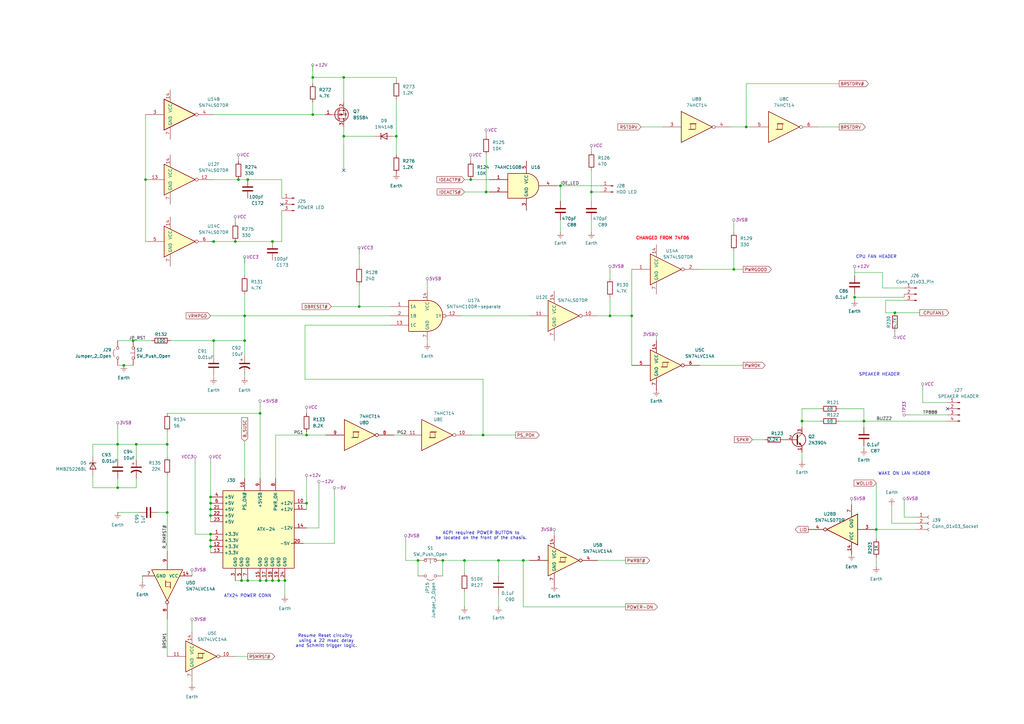
<source format=kicad_sch>
(kicad_sch (version 20241004) (generator "eeschema") (generator_version "8.99")
  (paper "A3")
  (title_block (title "Power Connector & Misc") (date "Thursday, April 09, 1998") (rev "1.0"))
  (lib_symbols
    (symbol "74F07-separate_1"
      (property "Reference" "U" (at -6.858 5.588 0))
      (property "Value" "SN74LS07DR" (at 6.985 5.08 0))
      (symbol "74F07-separate_1_0_1"
        (pin power_in line (at -2.54 10.16 270) (length 5.08) (name "VCC") (number "14"))
        (pin power_in line (at -2.54 -10.16 90) (length 5.08) (name "GND") (number "7"))
      )
      (symbol "74F07-separate_1_1_1"
        (pin input line (at -12.7 0 0) (length 7.62) (name "~") (number "1"))
        (pin open_collector inverted (at 15.24 0 180) (length 7.62) (name "~") (number "2"))
      )
      (symbol "74F07-separate_1_2_1"
        (pin input line (at -12.7 0 0) (length 7.62) (name "~") (number "3"))
        (pin open_collector inverted (at 15.24 0 180) (length 7.62) (name "~") (number "4"))
      )
      (symbol "74F07-separate_1_3_1"
        (pin input line (at -12.7 0 0) (length 7.62) (name "~") (number "5"))
        (pin open_collector inverted (at 15.24 0 180) (length 7.62) (name "~") (number "6"))
      )
      (symbol "74F07-separate_1_4_1"
        (pin input line (at -12.7 0 0) (length 7.62) (name "~") (number "9"))
        (pin open_collector inverted (at 15.24 0 180) (length 7.62) (name "~") (number "8"))
      )
      (symbol "74F07-separate_1_5_1"
        (pin input line (at -12.7 0 0) (length 7.62) (name "~") (number "11"))
        (pin open_collector inverted (at 15.24 0 180) (length 7.62) (name "~") (number "10"))
      )
      (symbol "74F07-separate_1_6_1"
        (pin input line (at -12.7 0 0) (length 7.62) (name "~") (number "13"))
        (pin open_collector inverted (at 15.24 0 180) (length 7.62) (name "~") (number "12"))
      )
    )
    (symbol "74F07-separate_2"
      (property "Reference" "U" (at -6.858 5.588 0))
      (property "Value" "SN74LS07DR" (at 6.985 5.08 0))
      (symbol "74F07-separate_2_0_1"
        (pin power_in line (at -2.54 10.16 270) (length 5.08) (name "VCC") (number "14"))
        (pin power_in line (at -2.54 -10.16 90) (length 5.08) (name "GND") (number "7"))
      )
      (symbol "74F07-separate_2_1_1"
        (pin input line (at -12.7 0 0) (length 7.62) (name "~") (number "1"))
        (pin open_collector inverted (at 15.24 0 180) (length 7.62) (name "~") (number "2"))
      )
      (symbol "74F07-separate_2_2_1"
        (pin input line (at -12.7 0 0) (length 7.62) (name "~") (number "3"))
        (pin open_collector inverted (at 15.24 0 180) (length 7.62) (name "~") (number "4"))
      )
      (symbol "74F07-separate_2_3_1"
        (pin input line (at -12.7 0 0) (length 7.62) (name "~") (number "5"))
        (pin open_collector inverted (at 15.24 0 180) (length 7.62) (name "~") (number "6"))
      )
      (symbol "74F07-separate_2_4_1"
        (pin input line (at -12.7 0 0) (length 7.62) (name "~") (number "9"))
        (pin open_collector inverted (at 15.24 0 180) (length 7.62) (name "~") (number "8"))
      )
      (symbol "74F07-separate_2_5_1"
        (pin input line (at -12.7 0 0) (length 7.62) (name "~") (number "11"))
        (pin open_collector inverted (at 15.24 0 180) (length 7.62) (name "~") (number "10"))
      )
      (symbol "74F07-separate_2_6_1"
        (pin input line (at -12.7 0 0) (length 7.62) (name "~") (number "13"))
        (pin open_collector inverted (at 15.24 0 180) (length 7.62) (name "~") (number "12"))
      )
    )
    (symbol "74F07-separate_3"
      (property "Reference" "U" (at -6.858 5.588 0))
      (property "Value" "SN74LS07DR" (at 6.985 5.08 0))
      (symbol "74F07-separate_3_0_1"
        (pin power_in line (at -2.54 10.16 270) (length 5.08) (name "VCC") (number "14"))
        (pin power_in line (at -2.54 -10.16 90) (length 5.08) (name "GND") (number "7"))
      )
      (symbol "74F07-separate_3_1_1"
        (pin input line (at -12.7 0 0) (length 7.62) (name "~") (number "1"))
        (pin open_collector inverted (at 15.24 0 180) (length 7.62) (name "~") (number "2"))
      )
      (symbol "74F07-separate_3_2_1"
        (pin input line (at -12.7 0 0) (length 7.62) (name "~") (number "3"))
        (pin open_collector inverted (at 15.24 0 180) (length 7.62) (name "~") (number "4"))
      )
      (symbol "74F07-separate_3_3_1"
        (pin input line (at -12.7 0 0) (length 7.62) (name "~") (number "5"))
        (pin open_collector inverted (at 15.24 0 180) (length 7.62) (name "~") (number "6"))
      )
      (symbol "74F07-separate_3_4_1"
        (pin input line (at -12.7 0 0) (length 7.62) (name "~") (number "9"))
        (pin open_collector inverted (at 15.24 0 180) (length 7.62) (name "~") (number "8"))
      )
      (symbol "74F07-separate_3_5_1"
        (pin input line (at -12.7 0 0) (length 7.62) (name "~") (number "11"))
        (pin open_collector inverted (at 15.24 0 180) (length 7.62) (name "~") (number "10"))
      )
      (symbol "74F07-separate_3_6_1"
        (pin input line (at -12.7 0 0) (length 7.62) (name "~") (number "13"))
        (pin open_collector inverted (at 15.24 0 180) (length 7.62) (name "~") (number "12"))
      )
    )
    (symbol "74F07-separate_4"
      (property "Reference" "U" (at -6.858 5.588 0))
      (property "Value" "SN74LS07DR" (at 6.985 5.08 0))
      (symbol "74F07-separate_4_0_1"
        (pin power_in line (at -2.54 10.16 270) (length 5.08) (name "VCC") (number "14"))
        (pin power_in line (at -2.54 -10.16 90) (length 5.08) (name "GND") (number "7"))
      )
      (symbol "74F07-separate_4_1_1"
        (pin input line (at -12.7 0 0) (length 7.62) (name "~") (number "1"))
        (pin open_collector inverted (at 15.24 0 180) (length 7.62) (name "~") (number "2"))
      )
      (symbol "74F07-separate_4_2_1"
        (pin input line (at -12.7 0 0) (length 7.62) (name "~") (number "3"))
        (pin open_collector inverted (at 15.24 0 180) (length 7.62) (name "~") (number "4"))
      )
      (symbol "74F07-separate_4_3_1"
        (pin input line (at -12.7 0 0) (length 7.62) (name "~") (number "5"))
        (pin open_collector inverted (at 15.24 0 180) (length 7.62) (name "~") (number "6"))
      )
      (symbol "74F07-separate_4_4_1"
        (pin input line (at -12.7 0 0) (length 7.62) (name "~") (number "9"))
        (pin open_collector inverted (at 15.24 0 180) (length 7.62) (name "~") (number "8"))
      )
      (symbol "74F07-separate_4_5_1"
        (pin input line (at -12.7 0 0) (length 7.62) (name "~") (number "11"))
        (pin open_collector inverted (at 15.24 0 180) (length 7.62) (name "~") (number "10"))
      )
      (symbol "74F07-separate_4_6_1"
        (pin input line (at -12.7 0 0) (length 7.62) (name "~") (number "13"))
        (pin open_collector inverted (at 15.24 0 180) (length 7.62) (name "~") (number "12"))
      )
    )
    (symbol "74xGxx:74AHC1G08"
      (property "Reference" "U" (at -2.54 3.81 0))
      (property "Value" "74AHC1G08" (at 0 -3.81 0))
      (symbol "74AHC1G08_1_1"
        (pin input line (at -15.24 2.54 0) (length 7.62) (name "~") (number "1"))
        (pin input line (at -15.24 -2.54 0) (length 7.62) (name "~") (number "2"))
        (pin power_in line (at 0 10.16 270) (length 5.08) (name "VCC") (number "5"))
        (pin power_in line (at 0 -10.16 90) (length 5.08) (name "GND") (number "3"))
        (pin output line (at 12.7 0 180) (length 7.62) (name "~") (number "4"))
      )
    )
    (symbol "Connector:Conn_01x02_Pin" (pin_names (offset 1.016) (hide yes))
      (property "Reference" "J" (at 0 2.54 0))
      (property "Value" "Conn_01x02_Pin" (at 0 -5.08 0))
      (symbol "Conn_01x02_Pin_1_1"
        (pin passive line (at 5.08 0 180) (length 3.81) (name "Pin_1") (number "1"))
        (pin passive line (at 5.08 -2.54 180) (length 3.81) (name "Pin_2") (number "2"))
      )
    )
    (symbol "Connector:Conn_01x03_Pin" (pin_names (offset 1.016) (hide yes))
      (property "Reference" "J" (at 0 5.08 0))
      (property "Value" "Conn_01x03_Pin" (at 0 -5.08 0))
      (symbol "Conn_01x03_Pin_1_1"
        (pin passive line (at 5.08 2.54 180) (length 3.81) (name "Pin_1") (number "1"))
        (pin passive line (at 5.08 0 180) (length 3.81) (name "Pin_2") (number "2"))
        (pin passive line (at 5.08 -2.54 180) (length 3.81) (name "Pin_3") (number "3"))
      )
    )
    (symbol "Connector:Conn_01x03_Socket" (pin_names (offset 1.016) (hide yes))
      (property "Reference" "J" (at 0 5.08 0))
      (property "Value" "Conn_01x03_Socket" (at 0 -5.08 0))
      (symbol "Conn_01x03_Socket_1_1"
        (pin passive line (at -5.08 2.54 0) (length 3.81) (name "Pin_1") (number "1"))
        (pin passive line (at -5.08 0 0) (length 3.81) (name "Pin_2") (number "2"))
        (pin passive line (at -5.08 -2.54 0) (length 3.81) (name "Pin_3") (number "3"))
      )
    )
    (symbol "Connector:Conn_01x04_Pin" (pin_names (offset 1.016) (hide yes))
      (property "Reference" "J" (at 0 5.08 0))
      (property "Value" "Conn_01x04_Pin" (at 0 -7.62 0))
      (symbol "Conn_01x04_Pin_1_1"
        (pin passive line (at 5.08 2.54 180) (length 3.81) (name "Pin_1") (number "1"))
        (pin passive line (at 5.08 0 180) (length 3.81) (name "Pin_2") (number "2"))
        (pin passive line (at 5.08 -2.54 180) (length 3.81) (name "Pin_3") (number "3"))
        (pin passive line (at 5.08 -5.08 180) (length 3.81) (name "Pin_4") (number "4"))
      )
    )
    (symbol "Device:C" (pin_numbers (hide yes)) (pin_names (offset 0.254))
      (property "Reference" "C" (at 0.635 2.54 0))
      (property "Value" "C" (at 0.635 -2.54 0))
      (symbol "C_1_1"
        (pin passive line (at 0 3.81 270) (length 2.794) (name "~") (number "1"))
        (pin passive line (at 0 -3.81 90) (length 2.794) (name "~") (number "2"))
      )
    )
    (symbol "Device:C_Polarized_US" (pin_numbers (hide yes)) (pin_names (offset 0.254) (hide yes))
      (property "Reference" "C" (at 0.635 2.54 0))
      (property "Value" "C_Polarized_US" (at 0.635 -2.54 0))
      (symbol "C_Polarized_US_1_1"
        (pin passive line (at 0 3.81 270) (length 2.794) (name "~") (number "1"))
        (pin passive line (at 0 -3.81 90) (length 3.302) (name "~") (number "2"))
      )
    )
    (symbol "Device:R" (pin_numbers (hide yes)) (pin_names (offset 0))
      (property "Reference" "R" (at 2.032 0 90))
      (property "Value" "R" (at 0 0 90))
      (symbol "R_1_1"
        (pin passive line (at 0 3.81 270) (length 1.27) (name "~") (number "1"))
        (pin passive line (at 0 -3.81 90) (length 1.27) (name "~") (number "2"))
      )
    )
    (symbol "Diode:1N4148" (pin_numbers (hide yes)) (pin_names (hide yes))
      (property "Reference" "D" (at 0 2.54 0))
      (property "Value" "1N4148" (at 0 -2.54 0))
      (symbol "1N4148_1_1"
        (pin passive line (at -3.81 0 0) (length 2.54) (name "K") (number "1"))
        (pin passive line (at 3.81 0 180) (length 2.54) (name "A") (number "2"))
      )
    )
    (symbol "Diode:BZX84Cxx" (pin_numbers (hide yes)) (pin_names (hide yes))
      (property "Reference" "D" (at 0 3.81 0))
      (property "Value" "BZX84Cxx" (at 0 -3.81 0))
      (symbol "BZX84Cxx_1_1"
        (pin passive line (at -3.81 0 0) (length 2.54) (name "K") (number "3"))
        (pin no_connect line (at 1.27 0 180) (length 2.54) (hide yes) (name "NC") (number "2"))
        (pin passive line (at 3.81 0 180) (length 2.54) (name "A") (number "1"))
      )
    )
    (symbol "Jumper:Jumper_2_Open" (pin_numbers (hide yes)) (pin_names (offset 0) (hide yes)) (exclude_from_sim yes)
      (property "Reference" "JP" (at 0 2.794 0))
      (property "Value" "Jumper_2_Open" (at 0 -2.286 0))
      (symbol "Jumper_2_Open_1_1"
        (pin passive line (at -5.08 0 0) (length 2.54) (name "A") (number "1"))
        (pin passive line (at 5.08 0 180) (length 2.54) (name "B") (number "2"))
      )
    )
    (symbol "P2-3_era:74F07-separate"
      (property "Reference" "U" (at -6.858 5.588 0))
      (property "Value" "SN74LS07DR" (at 6.985 5.08 0))
      (symbol "74F07-separate_0_1"
        (pin power_in line (at -2.54 10.16 270) (length 5.08) (name "VCC") (number "14"))
        (pin power_in line (at -2.54 -10.16 90) (length 5.08) (name "GND") (number "7"))
      )
      (symbol "74F07-separate_1_1"
        (pin input line (at -12.7 0 0) (length 7.62) (name "~") (number "1"))
        (pin open_collector inverted (at 15.24 0 180) (length 7.62) (name "~") (number "2"))
      )
      (symbol "74F07-separate_2_1"
        (pin input line (at -12.7 0 0) (length 7.62) (name "~") (number "3"))
        (pin open_collector inverted (at 15.24 0 180) (length 7.62) (name "~") (number "4"))
      )
      (symbol "74F07-separate_3_1"
        (pin input line (at -12.7 0 0) (length 7.62) (name "~") (number "5"))
        (pin open_collector inverted (at 15.24 0 180) (length 7.62) (name "~") (number "6"))
      )
      (symbol "74F07-separate_4_1"
        (pin input line (at -12.7 0 0) (length 7.62) (name "~") (number "9"))
        (pin open_collector inverted (at 15.24 0 180) (length 7.62) (name "~") (number "8"))
      )
      (symbol "74F07-separate_5_1"
        (pin input line (at -12.7 0 0) (length 7.62) (name "~") (number "11"))
        (pin open_collector inverted (at 15.24 0 180) (length 7.62) (name "~") (number "10"))
      )
      (symbol "74F07-separate_6_1"
        (pin input line (at -12.7 0 0) (length 7.62) (name "~") (number "13"))
        (pin open_collector inverted (at 15.24 0 180) (length 7.62) (name "~") (number "12"))
      )
    )
    (symbol "P2-3_era:74HCT14"
      (property "Reference" "U" (at -6.858 5.588 0))
      (property "Value" "74HCT14" (at 4.318 5.842 0))
      (symbol "74HCT14_1_1"
        (pin input line (at -12.192 0 0) (length 7.62) (name "~") (number "1"))
        (pin open_collector inverted (at 15.748 0 180) (length 7.62) (name "~") (number "2"))
      )
      (symbol "74HCT14_2_1"
        (pin input line (at -12.7 0 0) (length 7.62) (name "~") (number "3"))
        (pin open_collector inverted (at 15.24 0 180) (length 7.62) (name "~") (number "4"))
      )
      (symbol "74HCT14_3_1"
        (pin input line (at -12.446 0 0) (length 7.62) (name "~") (number "5"))
        (pin open_collector inverted (at 15.494 0 180) (length 7.62) (name "~") (number "6"))
      )
      (symbol "74HCT14_4_1"
        (pin input line (at -12.446 0 0) (length 7.62) (name "~") (number "9"))
        (pin open_collector inverted (at 15.494 0 180) (length 7.62) (name "~") (number "8"))
      )
      (symbol "74HCT14_5_1"
        (pin input line (at -12.192 0.254 0) (length 7.62) (name "~") (number "11"))
        (pin open_collector inverted (at 15.748 0.254 180) (length 7.62) (name "~") (number "10"))
      )
      (symbol "74HCT14_6_1"
        (pin input line (at -12.446 0.254 0) (length 7.62) (name "~") (number "13"))
        (pin open_collector inverted (at 15.494 0.254 180) (length 7.62) (name "~") (number "12"))
      )
      (symbol "74HCT14_7_1"
        (pin power_in line (at -10.414 -2.54 0) (length 5.08) (name "VCC") (number "14"))
        (pin power_in line (at 9.906 -2.54 180) (length 5.08) (name "GND") (number "7"))
      )
    )
    (symbol "P2-3_era:ATX-24(PINS UNHID)"
      (property "Reference" "J" (at -23.368 21.336 0))
      (property "Value" "ATX-24" (at -3.81 4.572 0))
      (symbol "ATX-24(PINS UNHID)_1_1"
        (pin power_out line (at -24.13 16.51 0) (length 5.08) (name "+5V") (number "4"))
        (pin power_out line (at -24.13 13.97 0) (length 5.08) (name "+5V") (number "6"))
        (pin power_out line (at -24.13 11.43 0) (length 5.08) (name "+5V") (number "21"))
        (pin power_out line (at -24.13 8.89 0) (length 5.08) (name "+5V") (number "22"))
        (pin power_out line (at -24.13 6.35 0) (length 5.08) (name "+5V") (number "23"))
        (pin power_out line (at -24.13 1.27 0) (length 5.08) (name "+3.3V") (number "1"))
        (pin power_out line (at -24.13 -1.27 0) (length 5.08) (name "+3.3V") (number "2"))
        (pin power_out line (at -24.13 -3.81 0) (length 5.08) (name "+3.3V") (number "12"))
        (pin power_out line (at -24.13 -6.35 0) (length 5.08) (name "+3.3V") (number "13"))
        (pin power_out line (at -13.97 -17.78 90) (length 5.08) (name "GND") (number "3"))
        (pin power_out line (at -11.43 -17.78 90) (length 5.08) (name "GND") (number "5"))
        (pin open_collector line (at -10.16 24.13 270) (length 5.08) (name "PS_ON#") (number "16"))
        (pin power_out line (at -8.89 -17.78 90) (length 5.08) (name "GND") (number "7"))
        (pin power_out line (at -3.81 24.13 270) (length 5.08) (name "+5VSB") (number "9"))
        (pin power_out line (at -3.81 -17.78 90) (length 5.08) (name "GND") (number "15"))
        (pin power_out line (at -1.27 -17.78 90) (length 5.08) (name "GND") (number "17"))
        (pin power_out line (at 1.27 -17.78 90) (length 5.08) (name "GND") (number "18"))
        (pin power_out line (at 2.54 24.13 270) (length 5.08) (name "PWR_OK") (number "8"))
        (pin power_out line (at 3.81 -17.78 90) (length 5.08) (name "GND") (number "19"))
        (pin power_out line (at 6.35 -17.78 90) (length 5.08) (name "GND") (number "24"))
        (pin power_out line (at 13.97 -2.54 180) (length 5.08) (name "-5V") (number "20"))
        (pin power_out line (at 15.24 13.97 180) (length 5.08) (name "+12V") (number "10"))
        (pin power_out line (at 15.24 11.43 180) (length 5.08) (name "+12V") (number "11"))
        (pin power_out line (at 15.24 3.81 180) (length 5.08) (name "-12V") (number "14"))
      )
    )
    (symbol "P2-3_era:SN74HC10DR-separate"
      (property "Reference" "U" (at -5.08 10.16 0))
      (property "Value" "SN74HC10DR-separate" (at 12.065 -7.62 0))
      (symbol "SN74HC10DR-separate_0_1"
        (pin power_in line (at 0 10.16 270) (length 3.81) (name "VCC") (number "14"))
        (pin power_in line (at 0 -10.16 90) (length 3.81) (name "GND") (number "7"))
      )
      (symbol "SN74HC10DR-separate_1_0"
        (pin input line (at -15.24 -3.81 0) (length 7.62) (name "1C") (number "13"))
      )
      (symbol "SN74HC10DR-separate_1_1"
        (pin input line (at -15.24 3.81 0) (length 7.62) (name "1A") (number "1"))
        (pin input line (at -15.24 0 0) (length 7.62) (name "1B") (number "2"))
        (pin output inverted (at 13.97 0 180) (length 7.62) (name "1Y") (number "12"))
      )
      (symbol "SN74HC10DR-separate_2_1"
        (pin input line (at -15.24 3.81 0) (length 7.62) (name "2A") (number "3"))
        (pin input line (at -15.24 0 0) (length 7.62) (name "2B") (number "4"))
        (pin input line (at -15.24 -3.81 0) (length 7.62) (name "2C") (number "5"))
        (pin output inverted (at 13.97 0 180) (length 7.62) (name "2Y") (number "6"))
      )
      (symbol "SN74HC10DR-separate_3_1"
        (pin input line (at -15.24 3.81 0) (length 7.62) (name "3A") (number "9"))
        (pin input line (at -15.24 0 0) (length 7.62) (name "3B") (number "10"))
        (pin input line (at -15.24 -3.81 0) (length 7.62) (name "3C") (number "11"))
        (pin output inverted (at 12.7 0 180) (length 6.35) (name "3Y") (number "8"))
      )
    )
    (symbol "P2-3_era:SN74LVC14A-separate"
      (property "Reference" "U" (at 1.27 8.89 0))
      (property "Value" "SN74LVC14A" (at 6.35 5.715 0))
      (symbol "SN74LVC14A-separate_0_1"
        (pin power_in line (at -2.54 10.16 270) (length 5.08) (name "VCC") (number "14"))
        (pin power_in line (at -2.54 -10.16 90) (length 5.08) (name "GND") (number "7"))
      )
      (symbol "SN74LVC14A-separate_1_1"
        (pin input line (at -12.7 0 0) (length 7.62) (name "~") (number "1"))
        (pin open_collector inverted (at 15.24 0 180) (length 7.62) (name "~") (number "2"))
      )
      (symbol "SN74LVC14A-separate_2_1"
        (pin input line (at -12.7 0 0) (length 7.62) (name "~") (number "3"))
        (pin open_collector inverted (at 15.24 0 180) (length 7.62) (name "~") (number "4"))
      )
      (symbol "SN74LVC14A-separate_3_1"
        (pin input line (at -12.7 0 0) (length 7.62) (name "~") (number "5"))
        (pin open_collector inverted (at 15.24 0 180) (length 7.62) (name "~") (number "6"))
      )
      (symbol "SN74LVC14A-separate_4_1"
        (pin input line (at -12.7 0 0) (length 7.62) (name "~") (number "9"))
        (pin open_collector inverted (at 15.24 0 180) (length 7.62) (name "~") (number "8"))
      )
      (symbol "SN74LVC14A-separate_5_1"
        (pin input line (at -12.7 0 0) (length 7.62) (name "~") (number "11"))
        (pin open_collector inverted (at 15.24 0 180) (length 7.62) (name "~") (number "10"))
      )
      (symbol "SN74LVC14A-separate_6_1"
        (pin input line (at -12.7 0 0) (length 7.62) (name "~") (number "13"))
        (pin open_collector inverted (at 15.24 0 180) (length 7.62) (name "~") (number "12"))
      )
    )
    (symbol "Switch:SW_Push_Open" (pin_numbers (hide yes)) (pin_names (offset 1.016) (hide yes))
      (property "Reference" "SW" (at 0 2.54 0))
      (property "Value" "SW_Push_Open" (at 0 -1.905 0))
      (symbol "SW_Push_Open_0_1"
        (pin passive line (at -5.08 0 0) (length 2.54) (name "A") (number "1"))
      )
      (symbol "SW_Push_Open_1_1"
        (pin passive line (at 5.08 0 180) (length 2.54) (name "B") (number "2"))
      )
    )
    (symbol "Transistor_BJT:2N3904" (pin_names (offset 0) (hide yes))
      (property "Reference" "Q" (at 5.08 1.905 0))
      (property "Value" "2N3904" (at 5.08 0 0))
      (symbol "2N3904_1_1"
        (pin passive line (at -5.08 0 0) (length 5.715) (name "B") (number "2"))
        (pin passive line (at 2.54 5.08 270) (length 2.54) (name "C") (number "3"))
        (pin passive line (at 2.54 -5.08 90) (length 2.54) (name "E") (number "1"))
      )
    )
    (symbol "Transistor_FET:BSS84" (pin_names (hide yes))
      (property "Reference" "Q" (at 5.08 1.905 0))
      (property "Value" "BSS84" (at 5.08 0 0))
      (symbol "BSS84_1_1"
        (pin input line (at -5.08 0 0) (length 2.54) (name "G") (number "1"))
        (pin passive line (at 2.54 5.08 270) (length 2.54) (name "D") (number "3"))
        (pin passive line (at 2.54 -5.08 90) (length 2.54) (name "S") (number "2"))
      )
    )
    (symbol "power:Earth" (power) (pin_numbers (hide yes)) (pin_names (offset 0) (hide yes))
      (property "Value" "Earth" (at 0 -3.81 0))
      (symbol "Earth_1_1"
        (pin power_in line (at 0 0 270) (length 0) (name "~") (number "1"))
      )
    )
  )
  (text "CPU FAN HEADER\n" (at 359.41 105.41 0) (effects (font (size 1.27 1.27))))
  (text "ATX24 POWER CONN\n" (at 101.6 244.475 0) (effects (font (size 1.27 1.27))))
  (text " ACPI required POWER BUTTON to\n be located on the front of the chasis." (at 196.85 219.71 0) (effects (font (size 1.27 1.27))))
  (text "WAKE ON LAN HEADER" (at 370.84 194.31 0) (effects (font (size 1.27 1.27))))
  (text "SPEAKER HEADER\n" (at 360.68 153.67 0) (effects (font (size 1.27 1.27))))
  (text "CHANGED FROM 74F06" (at 271.78 97.79 0) (effects (font (size 1.27 1.27) (thickness 0.254) (bold yes))))
  (text "Resume Reset circuitry\n using a 22 msec delay\n and Schmitt trigger logic." (at 133.35 262.89 0) (effects (font (size 1.27 1.27))))
  (junction (at 54.61 139.7))
  (junction (at 111.76 99.06))
  (junction (at 101.6 73.66))
  (junction (at 328.93 172.72))
  (junction (at 140.97 55.88))
  (junction (at 100.33 139.7))
  (junction (at 50.8 149.86))
  (junction (at 300.99 110.49))
  (junction (at 59.69 73.66))
  (junction (at 128.27 46.99))
  (junction (at 86.36 208.915))
  (junction (at 147.32 125.73))
  (junction (at 48.26 200.025))
  (junction (at 250.19 129.54))
  (junction (at 116.84 238.125))
  (junction (at 86.36 206.375))
  (junction (at 86.36 224.155))
  (junction (at 214.63 229.87))
  (junction (at 87.63 139.7))
  (junction (at 125.73 206.375))
  (junction (at 193.04 73.66))
  (junction (at 109.22 238.125))
  (junction (at 198.12 178.435))
  (junction (at 86.36 203.835))
  (junction (at 190.5 229.87))
  (junction (at 68.58 182.245))
  (junction (at 204.47 229.87))
  (junction (at 99.06 238.125))
  (junction (at 171.45 229.87))
  (junction (at 306.07 52.07))
  (junction (at 86.36 221.615))
  (junction (at 106.68 169.545))
  (junction (at 86.36 211.455))
  (junction (at 97.79 73.66))
  (junction (at 48.26 182.245))
  (junction (at 259.08 129.54))
  (junction (at 354.33 172.72))
  (junction (at 55.88 182.245))
  (junction (at 96.52 99.06))
  (junction (at 367.03 128.27))
  (junction (at 86.36 219.075))
  (junction (at 114.3 238.125))
  (junction (at 87.63 99.06))
  (junction (at 128.27 31.75))
  (junction (at 350.52 121.92))
  (junction (at 229.87 76.2))
  (junction (at 101.6 238.125))
  (junction (at 181.61 229.87))
  (junction (at 125.73 178.435))
  (junction (at 68.58 210.185))
  (junction (at 106.68 238.125))
  (junction (at 162.56 55.88))
  (junction (at 140.97 31.75))
  (junction (at 359.41 217.17))
  (junction (at 242.57 78.74))
  (junction (at 100.33 129.54))
  (junction (at 199.39 78.74))
  (junction (at 111.76 238.125))
  (no_connect (at 140.97 69.85))
  (no_connect (at 115.57 83.82))
  (no_connect (at 388.62 167.64))
  (wire (pts (xy 68.58 194.945) (xy 68.58 210.185)))
  (wire (pts (xy 140.97 31.75) (xy 140.97 41.91)))
  (wire (pts (xy 354.33 182.88) (xy 354.33 184.15)))
  (wire (pts (xy 204.47 243.84) (xy 204.47 248.92)))
  (wire (pts (xy 190.5 78.74) (xy 199.39 78.74)))
  (wire (pts (xy 308.61 180.34) (xy 313.69 180.34)))
  (wire (pts (xy 115.57 86.36) (xy 115.57 99.06)))
  (wire (pts (xy 68.58 169.545) (xy 106.68 169.545)))
  (wire (pts (xy 228.6 76.2) (xy 229.87 76.2)))
  (wire (pts (xy 38.1 182.245) (xy 38.1 187.325)))
  (wire (pts (xy 86.36 203.835) (xy 86.36 206.375)))
  (wire (pts (xy 48.26 175.895) (xy 48.26 182.245)))
  (wire (pts (xy 162.56 40.64) (xy 162.56 55.88)))
  (wire (pts (xy 100.33 105.41) (xy 100.33 113.03)))
  (wire (pts (xy 116.84 244.475) (xy 116.84 238.125)))
  (wire (pts (xy 193.04 73.66) (xy 200.66 73.66)))
  (wire (pts (xy 350.52 121.92) (xy 350.52 123.19)))
  (wire (pts (xy 128.27 31.75) (xy 140.97 31.75)))
  (wire (pts (xy 48.26 139.7) (xy 54.61 139.7)))
  (wire (pts (xy 242.57 78.74) (xy 246.38 78.74)))
  (wire (pts (xy 162.56 55.88) (xy 162.56 63.5)))
  (wire (pts (xy 128.27 31.75) (xy 128.27 34.29)))
  (wire (pts (xy 140.97 31.75) (xy 162.56 31.75)))
  (wire (pts (xy 106.68 169.545) (xy 106.68 196.215)))
  (wire (pts (xy 48.26 182.245) (xy 38.1 182.245)))
  (wire (pts (xy 59.69 73.66) (xy 59.69 99.06)))
  (wire (pts (xy 287.02 110.49) (xy 300.99 110.49)))
  (wire (pts (xy 50.8 149.86) (xy 54.61 149.86)))
  (wire (pts (xy 361.95 118.11) (xy 361.95 111.76)))
  (wire (pts (xy 86.36 211.455) (xy 86.36 213.995)))
  (wire (pts (xy 171.45 236.22) (xy 171.45 229.87)))
  (wire (pts (xy 100.33 129.54) (xy 160.02 129.54)))
  (wire (pts (xy 87.63 73.66) (xy 97.79 73.66)))
  (wire (pts (xy 115.57 81.28) (xy 115.57 73.66)))
  (wire (pts (xy 147.32 125.73) (xy 160.02 125.73)))
  (wire (pts (xy 100.33 180.975) (xy 100.33 196.215)))
  (wire (pts (xy 370.84 207.01) (xy 370.84 212.09)))
  (wire (pts (xy 162.56 55.88) (xy 161.29 55.88)))
  (wire (pts (xy 359.41 228.6) (xy 359.41 232.41)))
  (wire (pts (xy 214.63 229.87) (xy 217.17 229.87)))
  (wire (pts (xy 199.39 63.5) (xy 199.39 78.74)))
  (wire (pts (xy 370.84 118.11) (xy 361.95 118.11)))
  (wire (pts (xy 135.89 125.73) (xy 147.32 125.73)))
  (wire (pts (xy 328.93 167.64) (xy 336.55 167.64)))
  (wire (pts (xy 336.55 172.72) (xy 328.93 172.72)))
  (wire (pts (xy 363.22 123.19) (xy 370.84 123.19)))
  (wire (pts (xy 48.26 182.245) (xy 48.26 188.595)))
  (wire (pts (xy 54.61 139.7) (xy 62.23 139.7)))
  (wire (pts (xy 106.68 167.005) (xy 106.68 169.545)))
  (wire (pts (xy 161.544 178.435) (xy 165.354 178.435)))
  (wire (pts (xy 96.52 269.24) (xy 101.6 269.24)))
  (wire (pts (xy 100.33 120.65) (xy 100.33 129.54)))
  (wire (pts (xy 190.5 229.87) (xy 190.5 234.95)))
  (wire (pts (xy 68.58 182.245) (xy 55.88 182.245)))
  (wire (pts (xy 78.74 279.4) (xy 78.74 280.67)))
  (wire (pts (xy 166.37 229.87) (xy 166.37 222.25)))
  (wire (pts (xy 300.99 110.49) (xy 304.8 110.49)))
  (wire (pts (xy 100.33 139.7) (xy 100.33 146.05)))
  (wire (pts (xy 87.63 46.99) (xy 128.27 46.99)))
  (wire (pts (xy 100.33 129.54) (xy 100.33 139.7)))
  (wire (pts (xy 363.22 128.27) (xy 367.03 128.27)))
  (wire (pts (xy 242.57 82.55) (xy 242.57 78.74)))
  (wire (pts (xy 214.63 248.92) (xy 214.63 229.87)))
  (wire (pts (xy 328.93 189.23) (xy 328.93 185.42)))
  (wire (pts (xy 204.47 229.87) (xy 204.47 236.22)))
  (wire (pts (xy 69.85 139.7) (xy 87.63 139.7)))
  (wire (pts (xy 68.58 177.165) (xy 68.58 182.245)))
  (wire (pts (xy 300.99 92.71) (xy 300.99 95.25)))
  (wire (pts (xy 99.06 238.125) (xy 101.6 238.125)))
  (wire (pts (xy 354.33 167.64) (xy 354.33 172.72)))
  (wire (pts (xy 97.79 73.66) (xy 101.6 73.66)))
  (wire (pts (xy 48.26 149.86) (xy 50.8 149.86)))
  (wire (pts (xy 190.5 242.57) (xy 190.5 248.92)))
  (wire (pts (xy 162.56 31.75) (xy 162.56 33.02)))
  (wire (pts (xy 307.594 52.07) (xy 306.07 52.07)))
  (wire (pts (xy 86.36 99.06) (xy 87.63 99.06)))
  (wire (pts (xy 80.01 189.865) (xy 80.01 219.075)))
  (wire (pts (xy 96.52 99.06) (xy 111.76 99.06)))
  (wire (pts (xy 350.52 111.76) (xy 361.95 111.76)))
  (wire (pts (xy 229.87 90.17) (xy 229.87 95.25)))
  (wire (pts (xy 300.99 102.87) (xy 300.99 110.49)))
  (wire (pts (xy 100.33 153.67) (xy 100.33 154.94)))
  (wire (pts (xy 242.57 69.85) (xy 242.57 78.74)))
  (wire (pts (xy 87.63 139.7) (xy 87.63 146.05)))
  (wire (pts (xy 55.88 182.245) (xy 55.88 188.595)))
  (wire (pts (xy 124.46 222.885) (xy 137.16 222.885)))
  (wire (pts (xy 125.73 177.165) (xy 125.73 178.435)))
  (wire (pts (xy 256.54 229.87) (xy 245.11 229.87)))
  (wire (pts (xy 250.19 121.92) (xy 250.19 129.54)))
  (wire (pts (xy 153.67 55.88) (xy 140.97 55.88)))
  (wire (pts (xy 198.12 155.575) (xy 125.095 155.575)))
  (wire (pts (xy 68.58 182.245) (xy 68.58 187.325)))
  (wire (pts (xy 359.41 217.17) (xy 375.92 217.17)))
  (wire (pts (xy 86.36 219.075) (xy 86.36 221.615)))
  (wire (pts (xy 229.87 76.2) (xy 229.87 82.55)))
  (wire (pts (xy 378.46 165.1) (xy 388.62 165.1)))
  (wire (pts (xy 80.01 219.075) (xy 86.36 219.075)))
  (wire (pts (xy 101.6 73.66) (xy 115.57 73.66)))
  (wire (pts (xy 87.63 99.06) (xy 96.52 99.06)))
  (wire (pts (xy 328.93 172.72) (xy 328.93 167.64)))
  (wire (pts (xy 59.69 46.99) (xy 59.69 73.66)))
  (wire (pts (xy 365.76 207.01) (xy 365.76 214.63)))
  (wire (pts (xy 38.1 200.025) (xy 48.26 200.025)))
  (wire (pts (xy 114.3 238.125) (xy 116.84 238.125)))
  (wire (pts (xy 109.22 238.125) (xy 111.76 238.125)))
  (wire (pts (xy 214.63 248.92) (xy 256.54 248.92)))
  (wire (pts (xy 87.63 139.7) (xy 100.33 139.7)))
  (wire (pts (xy 55.88 182.245) (xy 48.26 182.245)))
  (wire (pts (xy 48.26 210.185) (xy 57.15 210.185)))
  (wire (pts (xy 262.89 52.07) (xy 271.78 52.07)))
  (wire (pts (xy 130.81 200.025) (xy 130.81 216.535)))
  (wire (pts (xy 87.63 153.67) (xy 87.63 154.94)))
  (wire (pts (xy 133.35 46.99) (xy 128.27 46.99)))
  (wire (pts (xy 101.6 238.125) (xy 106.68 238.125)))
  (wire (pts (xy 111.76 99.06) (xy 115.57 99.06)))
  (wire (pts (xy 38.1 194.945) (xy 38.1 200.025)))
  (wire (pts (xy 147.32 116.84) (xy 147.32 125.73)))
  (wire (pts (xy 198.12 178.435) (xy 198.12 155.575)))
  (wire (pts (xy 86.36 208.915) (xy 86.36 211.455)))
  (wire (pts (xy 354.33 172.72) (xy 388.62 172.72)))
  (wire (pts (xy 344.17 167.64) (xy 354.33 167.64)))
  (wire (pts (xy 306.07 34.29) (xy 344.17 34.29)))
  (wire (pts (xy 344.17 172.72) (xy 354.33 172.72)))
  (wire (pts (xy 359.41 220.98) (xy 359.41 217.17)))
  (wire (pts (xy 125.73 216.535) (xy 130.81 216.535)))
  (wire (pts (xy 125.095 155.575) (xy 125.095 133.35)))
  (wire (pts (xy 190.5 229.87) (xy 181.61 229.87)))
  (wire (pts (xy 190.5 73.66) (xy 193.04 73.66)))
  (wire (pts (xy 140.97 55.88) (xy 140.97 52.07)))
  (wire (pts (xy 147.32 101.6) (xy 147.32 109.22)))
  (wire (pts (xy 181.61 229.87) (xy 181.61 236.22)))
  (wire (pts (xy 350.52 121.92) (xy 370.84 121.92)))
  (wire (pts (xy 125.73 206.375) (xy 125.73 208.915)))
  (wire (pts (xy 259.08 129.54) (xy 259.08 149.86)))
  (wire (pts (xy 370.84 121.92) (xy 370.84 120.65)))
  (wire (pts (xy 199.39 78.74) (xy 200.66 78.74)))
  (wire (pts (xy 287.02 149.86) (xy 304.8 149.86)))
  (wire (pts (xy 166.37 229.87) (xy 171.45 229.87)))
  (wire (pts (xy 175.26 139.7) (xy 175.26 140.97)))
  (wire (pts (xy 250.19 111.76) (xy 250.19 114.3)))
  (wire (pts (xy 198.12 178.435) (xy 211.455 178.435)))
  (wire (pts (xy 328.93 172.72) (xy 328.93 175.26)))
  (wire (pts (xy 128.27 26.67) (xy 128.27 31.75)))
  (wire (pts (xy 64.77 210.185) (xy 68.58 210.185)))
  (wire (pts (xy 259.08 110.49) (xy 259.08 129.54)))
  (wire (pts (xy 375.92 212.09) (xy 370.84 212.09)))
  (wire (pts (xy 229.87 76.2) (xy 246.38 76.2)))
  (wire (pts (xy 378.46 160.02) (xy 378.46 165.1)))
  (wire (pts (xy 375.92 214.63) (xy 365.76 214.63)))
  (wire (pts (xy 48.26 196.215) (xy 48.26 200.025)))
  (wire (pts (xy 68.58 254) (xy 68.58 269.24)))
  (wire (pts (xy 86.36 189.865) (xy 86.36 203.835)))
  (wire (pts (xy 354.33 172.72) (xy 354.33 175.26)))
  (wire (pts (xy 189.23 129.54) (xy 217.17 129.54)))
  (wire (pts (xy 350.52 111.76) (xy 350.52 113.03)))
  (wire (pts (xy 78.74 256.54) (xy 78.74 259.08)))
  (wire (pts (xy 175.26 116.84) (xy 175.26 119.38)))
  (wire (pts (xy 367.03 128.27) (xy 377.19 128.27)))
  (wire (pts (xy 111.76 238.125) (xy 114.3 238.125)))
  (wire (pts (xy 68.58 210.185) (xy 68.58 226.06)))
  (wire (pts (xy 86.36 221.615) (xy 86.36 224.155)))
  (wire (pts (xy 250.19 129.54) (xy 259.08 129.54)))
  (wire (pts (xy 113.03 178.435) (xy 125.73 178.435)))
  (wire (pts (xy 113.03 196.215) (xy 113.03 178.435)))
  (wire (pts (xy 335.534 52.07) (xy 344.17 52.07)))
  (wire (pts (xy 299.72 52.07) (xy 306.07 52.07)))
  (wire (pts (xy 363.22 123.19) (xy 363.22 128.27)))
  (wire (pts (xy 125.73 178.435) (xy 133.604 178.435)))
  (wire (pts (xy 106.68 238.125) (xy 109.22 238.125)))
  (wire (pts (xy 193.294 178.435) (xy 198.12 178.435)))
  (wire (pts (xy 86.36 224.155) (xy 86.36 226.695)))
  (wire (pts (xy 359.41 198.12) (xy 359.41 217.17)))
  (wire (pts (xy 125.095 133.35) (xy 160.02 133.35)))
  (wire (pts (xy 58.42 236.22) (xy 58.42 238.76)))
  (wire (pts (xy 242.57 90.17) (xy 242.57 95.25)))
  (wire (pts (xy 128.27 41.91) (xy 128.27 46.99)))
  (wire (pts (xy 140.97 55.88) (xy 140.97 69.85)))
  (wire (pts (xy 125.73 197.485) (xy 125.73 206.375)))
  (wire (pts (xy 55.88 196.215) (xy 55.88 200.025)))
  (wire (pts (xy 137.16 202.565) (xy 137.16 222.885)))
  (wire (pts (xy 96.52 238.125) (xy 99.06 238.125)))
  (wire (pts (xy 190.5 229.87) (xy 204.47 229.87)))
  (wire (pts (xy 245.11 129.54) (xy 250.19 129.54)))
  (wire (pts (xy 373.38 170.18) (xy 388.62 170.18)))
  (wire (pts (xy 86.36 206.375) (xy 86.36 208.915)))
  (wire (pts (xy 48.26 200.025) (xy 55.88 200.025)))
  (wire (pts (xy 204.47 229.87) (xy 214.63 229.87)))
  (wire (pts (xy 86.36 129.54) (xy 100.33 129.54)))
  (wire (pts (xy 306.07 52.07) (xy 306.07 34.29)))
  (wire (pts (xy 350.52 120.65) (xy 350.52 121.92)))
  (label "BUZZ2" (at 359.41 172.72 0))
  (label "PG1" (at 124.46 178.435 180))
  (label "TP888" (at 378.46 170.18 0))
  (label "JP_RST" (at 59.69 139.7 180))
  (label "BRSM1" (at 68.58 259.461 270))
  (label "IDE_LED" (at 237.49 76.2 180))
  (label "R_RMRST#" (at 68.58 215.265 270))
  (label "PG2" (at 162.814 178.435 0))
  (global_label "SPKR" (shape input) (at 308.61 180.34 180) (property "Intersheetrefs" "${INTERSHEET_REFS}" (effects (hide yes))))
  (global_label "DBRESET#" (shape input) (at 135.89 125.73 180) (property "Intersheetrefs" "${INTERSHEET_REFS}" (effects (hide yes))))
  (global_label "WOLLID" (shape input) (at 359.41 198.12 180) (property "Intersheetrefs" "${INTERSHEET_REFS}" (effects (hide yes))))
  (global_label "IDEACTS#" (shape input) (at 190.5 78.74 180) (property "Intersheetrefs" "${INTERSHEET_REFS}" (effects (hide yes))))
  (global_label "PWRGOOD" (shape output) (at 304.8 110.49 0) (property "Intersheetrefs" "${INTERSHEET_REFS}" (effects (hide yes))))
  (global_label "PS_POK" (shape output) (at 211.455 178.435 0) (property "Intersheetrefs" "${INTERSHEET_REFS}" (effects (hide yes))))
  (global_label "BRSTDRV" (shape output) (at 344.17 52.07 0) (property "Intersheetrefs" "${INTERSHEET_REFS}" (effects (hide yes))))
  (global_label "POWER-ON" (shape output) (at 256.54 248.92 0) (property "Intersheetrefs" "${INTERSHEET_REFS}" (effects (hide yes))))
  (global_label "RSTDRV" (shape input) (at 262.89 52.07 180) (property "Intersheetrefs" "${INTERSHEET_REFS}" (effects (hide yes))))
  (global_label " CPUFAN1" (shape output) (at 377.19 128.27 0) (property "Intersheetrefs" "${INTERSHEET_REFS}" (effects (hide yes))))
  (global_label "PWRBT#" (shape output) (at 256.54 229.87 0) (property "Intersheetrefs" "${INTERSHEET_REFS}" (effects (hide yes))))
  (global_label "RSMRST#" (shape output) (at 101.6 269.24 0) (property "Intersheetrefs" "${INTERSHEET_REFS}" (effects (hide yes))))
  (global_label "VRMPGD" (shape input) (at 86.36 129.54 180) (property "Intersheetrefs" "${INTERSHEET_REFS}" (effects (hide yes))))
  (global_label "BRSTDRV#" (shape output) (at 344.17 34.29 0) (property "Intersheetrefs" "${INTERSHEET_REFS}" (effects (hide yes))))
  (global_label "LID" (shape output) (at 331.47 217.17 180) (property "Intersheetrefs" "${INTERSHEET_REFS}" (effects (hide yes))))
  (global_label "PWROK" (shape output) (at 304.8 149.86 0) (property "Intersheetrefs" "${INTERSHEET_REFS}" (effects (hide yes))))
  (global_label "B_SUSC" (shape input) (at 100.33 180.975 90) (property "Intersheetrefs" "${INTERSHEET_REFS}" (effects (hide yes))))
  (global_label "IDEACTP#" (shape input) (at 190.5 73.66 180) (property "Intersheetrefs" "${INTERSHEET_REFS}" (effects (hide yes))))
  (netclass_flag "" (length 2.54) (shape round) (at 175.26 116.84 0) (property "Netclass" "5VSB" (at 175.9585 114.3 0) (effects (font (italic yes)) (justify left))))
  (netclass_flag "" (length 2.54) (shape round) (at 370.84 207.01 0) (property "Netclass" "5VSB" (at 371.5385 204.47 0) (effects (font (italic yes)) (justify left))))
  (netclass_flag "" (length 2.54) (shape round) (at 373.38 170.18 90) (property "Netclass" "TP33" (at 370.84 169.4815 90) (effects (font (italic yes)) (justify left))))
  (netclass_flag "" (length 2.54) (shape round) (at 350.52 111.76 0) (property "Netclass" "+12V" (at 351.2185 109.22 0) (effects (font (italic yes)) (justify left))))
  (netclass_flag "" (length 2.54) (shape round) (at 193.04 66.04 0) (property "Netclass" "VCC" (at 193.7385 63.5 0) (effects (font (italic yes)) (justify left))))
  (netclass_flag "" (length 2.54) (shape round) (at 78.74 236.22 0) (property "Netclass" "3VSB" (at 79.4385 233.68 0) (effects (font (italic yes)) (justify left))))
  (netclass_flag "" (length 2.54) (shape round) (at 349.25 207.01 0) (property "Netclass" "5VSB" (at 349.9485 204.47 0) (effects (font (italic yes)) (justify left))))
  (netclass_flag "" (length 2.54) (shape round) (at 250.19 111.76 0) (property "Netclass" "3VSB" (at 250.8885 109.22 0) (effects (font (italic yes)) (justify left))))
  (netclass_flag "" (length 2.54) (shape round) (at 300.99 92.71 0) (property "Netclass" "3VSB" (at 301.6885 90.17 0) (effects (font (italic yes)) (justify left))))
  (netclass_flag "" (length 2.54) (shape round) (at 125.73 169.545 0) (property "Netclass" "VCC" (at 126.4285 167.005 0) (effects (font (italic yes)) (justify left))))
  (netclass_flag "" (length 2.54) (shape round) (at 130.81 200.025 0) (property "Netclass" "-12V" (at 131.5085 197.485 0) (effects (font (italic yes)) (justify left))))
  (netclass_flag "" (length 2.54) (shape round) (at 242.57 62.23 0) (property "Netclass" "VCC" (at 243.2685 59.69 0) (effects (font (italic yes)) (justify left))))
  (netclass_flag "" (length 2.54) (shape round) (at 147.32 104.14 0) (property "Netclass" "VCC3" (at 148.0185 101.6 0) (effects (font (italic yes)) (justify left))))
  (netclass_flag "" (length 2.54) (shape round) (at 227.33 219.71 0) (property "Netclass" "3VSB" (at 226.6315 217.17 0) (effects (font (italic yes)) (justify right))))
  (netclass_flag "" (length 2.54) (shape round) (at 78.74 256.54 0) (property "Netclass" "3VSB" (at 79.4385 254 0) (effects (font (italic yes)) (justify left))))
  (netclass_flag "" (length 2.54) (shape round) (at 367.03 135.89 180) (property "Netclass" "VCC" (at 367.7285 138.43 0) (effects (font (italic yes)) (justify left))))
  (netclass_flag "" (length 2.54) (shape round) (at 80.01 189.865 0) (property "Netclass" "VCC3" (at 79.3115 187.325 0) (effects (font (italic yes)) (justify right))))
  (netclass_flag "" (length 2.54) (shape round) (at 137.16 202.565 0) (property "Netclass" "-5V" (at 137.8585 200.025 0) (effects (font (italic yes)) (justify left))))
  (netclass_flag "" (length 2.54) (shape round) (at 96.52 91.44 0) (property "Netclass" "VCC" (at 97.2185 88.9 0) (effects (font (italic yes)) (justify left))))
  (netclass_flag "" (length 2.54) (shape round) (at 86.36 189.865 0) (property "Netclass" "VCC" (at 87.0585 187.325 0) (effects (font (italic yes)) (justify left))))
  (netclass_flag "" (length 2.54) (shape round) (at 106.68 167.005 0) (property "Netclass" "+5VSB" (at 107.3785 164.465 0) (effects (font (italic yes)) (justify left))))
  (netclass_flag "" (length 2.54) (shape round) (at 48.26 175.895 0) (property "Netclass" "3VSB" (at 48.9585 173.355 0) (effects (font (italic yes)) (justify left))))
  (netclass_flag "" (length 2.54) (shape round) (at 97.79 66.04 0) (property "Netclass" "VCC" (at 98.4885 63.5 0) (effects (font (italic yes)) (justify left))))
  (netclass_flag "" (length 2.54) (shape round) (at 128.27 29.21 0) (property "Netclass" "+12V" (at 128.9685 26.67 0) (effects (font (italic yes)) (justify left))))
  (netclass_flag "" (length 2.54) (shape round) (at 378.46 160.02 0) (property "Netclass" "VCC" (at 379.1585 157.48 0) (effects (font (italic yes)) (justify left))))
  (netclass_flag "" (length 2.54) (shape round) (at 100.33 107.95 0) (property "Netclass" "VCC3" (at 101.0285 105.41 0) (effects (font (italic yes)) (justify left))))
  (netclass_flag "" (length 2.54) (shape round) (at 269.24 139.7 0) (property "Netclass" "3VSB" (at 268.5415 137.16 0) (effects (font (italic yes)) (justify right))))
  (netclass_flag "" (length 2.54) (shape round) (at 166.37 222.25 0) (property "Netclass" "3VSB" (at 167.0685 219.71 0) (effects (font (italic yes)) (justify left))))
  (netclass_flag "" (length 2.54) (shape round) (at 125.73 197.485 0) (property "Netclass" "+12v" (at 126.4285 194.945 0) (effects (font (italic yes)) (justify left))))
  (netclass_flag "" (length 2.54) (shape round) (at 199.39 55.88 0) (property "Netclass" "VCC" (at 200.0885 53.34 0) (effects (font (italic yes)) (justify left))))
  (symbol (lib_id "Connector:Conn_01x03_Pin") (at 120.65 83.82 0) (mirror y) (unit 1)
    (property "Reference" "J25" (at 121.92 82.5499 0) (effects (justify right)))
    (property "Value" "POWER LED" (at 121.92 85.0899 0) (effects (justify right)))
    (property "Description" "Generic connector, single row, 01x03, script generated" (effects (hide yes)))
  )
  (symbol (lib_id "Device:R") (at 125.73 173.355 0) (unit 1)
    (property "Reference" "R133" (at 128.27 172.0849 0) (effects (justify left)))
    (property "Value" "8.2K" (at 128.27 174.6249 0) (effects (justify left)))
    (property "Description" "Resistor" (effects (hide yes)))
  )
  (symbol (lib_id "Device:C") (at 242.57 86.36 180) (unit 1)
    (property "Reference" "C89" (at 249.174 92.202 0) (effects (justify left)))
    (property "Value" "470pF" (at 249.174 89.662 0) (effects (justify left)))
    (property "Description" "Unpolarized capacitor" (effects (hide yes)))
  )
  (symbol (lib_id "power:Earth") (at 190.5 248.92 0) (unit 1)
    (property "Reference" "#PWR025019" (effects (hide yes)))
    (property "Value" "Earth" (at 190.5 253.365 0))
    (property "Description" "Power symbol creates a global label with name \"Earth\"" (effects (hide yes)))
  )
  (symbol (lib_id "P2-3_era:SN74LVC14A-separate") (at 81.28 269.24 0) (unit 5)
    (property "Reference" "U5" (at 86.995 259.715 0))
    (property "Value" "SN74LVC14A" (at 86.995 262.255 0))
    (property "Datasheet" "https://www.ti.com/lit/gpn/sn74lvc14a" (effects (hide yes)))
    (property "Description" "6x Schmitt trigger input inverter" (effects (hide yes)))
  )
  (symbol (lib_id "Device:C_Polarized_US") (at 100.33 149.86 0) (unit 1)
    (property "Reference" "C92" (at 94.996 142.748 0) (effects (justify left)))
    (property "Value" "10uF" (at 94.996 145.288 0) (effects (justify left)))
    (property "Description" "Polarized capacitor, US symbol" (effects (hide yes)))
  )
  (symbol (lib_id "Device:R") (at 190.5 238.76 0) (mirror x) (unit 1)
    (property "Reference" "R127" (at 193.04 240.0301 0) (effects (justify left)))
    (property "Value" "510K" (at 193.04 237.4901 0) (effects (justify left)))
    (property "Description" "Resistor" (effects (hide yes)))
  )
  (symbol (lib_id "Device:C") (at 229.87 86.36 180) (unit 1)
    (property "Reference" "C88" (at 236.474 92.202 0) (effects (justify left)))
    (property "Value" "470pF" (at 236.474 89.662 0) (effects (justify left)))
    (property "Description" "Unpolarized capacitor" (effects (hide yes)))
  )
  (symbol (lib_id "Device:C") (at 60.96 210.185 90) (unit 1)
    (property "Reference" "C95" (at 56.134 214.757 0) (effects (justify left)))
    (property "Value" "1uF" (at 58.674 214.757 0) (effects (justify left)))
    (property "Description" "Unpolarized capacitor" (effects (hide yes)))
  )
  (symbol (lib_name "74F07-separate_3") (lib_id "P2-3_era:74F07-separate") (at 72.39 46.99 0) (unit 2)
    (property "Reference" "U14" (at 87.63 40.6714 0))
    (property "Value" "SN74LS07DR" (at 87.63 43.2114 0))
    (property "Datasheet" "https://www.ti.com/lit/ds/symlink/sn74ls07.pdf" (effects (hide yes)))
    (property "Description" "hex buffer with open-collector outputs." (effects (hide yes)))
  )
  (symbol (lib_id "Device:R") (at 97.79 69.85 0) (unit 1)
    (property "Reference" "R274" (at 100.33 68.5799 0) (effects (justify left)))
    (property "Value" "330" (at 100.33 71.1199 0) (effects (justify left)))
    (property "Description" "Resistor" (effects (hide yes)))
  )
  (symbol (lib_id "Transistor_FET:BSS84") (at 138.43 46.99 0) (mirror x) (unit 1)
    (property "Reference" "Q7" (at 144.78 45.7199 0) (effects (justify left)))
    (property "Value" "BSS84" (at 144.78 48.2599 0) (effects (justify left)))
    (property "Footprint" "Package_TO_SOT_SMD:SOT-23" (effects (hide yes)))
    (property "Datasheet" "http://assets.nexperia.com/documents/data-sheet/BSS84.pdf" (effects (hide yes)))
    (property "Description" "-0.13A Id, -50V Vds, P-Channel MOSFET, SOT-23" (effects (hide yes)))
  )
  (symbol (lib_id "power:Earth") (at 328.93 189.23 0) (unit 1)
    (property "Reference" "#PWR025011" (effects (hide yes)))
    (property "Value" "Earth" (at 328.93 193.675 0))
    (property "Description" "Power symbol creates a global label with name \"Earth\"" (effects (hide yes)))
  )
  (symbol (lib_id "power:Earth") (at 354.33 184.15 0) (unit 1)
    (property "Reference" "#PWR025010" (effects (hide yes)))
    (property "Value" "Earth" (at 354.33 188.595 0))
    (property "Description" "Power symbol creates a global label with name \"Earth\"" (effects (hide yes)))
  )
  (symbol (lib_id "Connector:Conn_01x02_Pin") (at 251.46 76.2 0) (mirror y) (unit 1)
    (property "Reference" "J28" (at 252.73 76.1999 0) (effects (justify right)))
    (property "Value" "HDD LED" (at 252.73 78.7399 0) (effects (justify right)))
    (property "Description" "Generic connector, single row, 01x02, script generated" (effects (hide yes)))
  )
  (symbol (lib_id "Device:R") (at 162.56 67.31 0) (unit 1)
    (property "Reference" "R276" (at 165.1 66.0399 0) (effects (justify left)))
    (property "Value" "1.2K" (at 165.1 68.5799 0) (effects (justify left)))
    (property "Description" "Resistor" (effects (hide yes)))
  )
  (symbol (lib_id "Switch:SW_Push_Open") (at 54.61 144.78 90) (unit 1)
    (property "Reference" "S2" (at 55.88 143.5099 90) (effects (justify right)))
    (property "Value" "SW_Push_Open" (at 55.88 146.0499 90) (effects (justify right)))
    (property "Description" "Push button switch, push-to-open, generic, two pins" (effects (hide yes)))
  )
  (symbol (lib_id "Device:C") (at 101.6 77.47 180) (unit 1)
    (property "Reference" "C172" (at 108.204 83.312 0) (effects (justify left)))
    (property "Value" "100pF" (at 108.204 80.772 0) (effects (justify left)))
    (property "Description" "Unpolarized capacitor" (effects (hide yes)))
  )
  (symbol (lib_id "Diode:1N4148") (at 157.48 55.88 0) (unit 1)
    (property "Reference" "D9" (at 157.48 49.53 0))
    (property "Value" "1N4148" (at 157.48 52.07 0))
    (property "Footprint" "Diode_THT:D_DO-35_SOD27_P7.62mm_Horizontal" (effects (hide yes)))
    (property "Datasheet" "https://assets.nexperia.com/documents/data-sheet/1N4148_1N4448.pdf" (effects (hide yes)))
    (property "Description" "100V 0.15A standard switching diode, DO-35" (effects (hide yes)))
    (property "Sim.Device" "D" (effects (hide yes)))
    (property "Sim.Pins" "1=K 2=A" (effects (hide yes)))
  )
  (symbol (lib_id "power:Earth") (at 242.57 95.25 0) (unit 1)
    (property "Reference" "#PWR025003" (effects (hide yes)))
    (property "Value" "Earth" (at 242.57 99.695 0))
    (property "Description" "Power symbol creates a global label with name \"Earth\"" (effects (hide yes)))
  )
  (symbol (lib_id "power:Earth") (at 269.24 160.02 0) (unit 1)
    (property "Reference" "#PWR025009" (effects (hide yes)))
    (property "Value" "Earth" (at 269.24 164.465 0))
    (property "Description" "Power symbol creates a global label with name \"Earth\"" (effects (hide yes)))
  )
  (symbol (lib_id "Device:R") (at 68.58 173.355 0) (unit 1)
    (property "Reference" "R134" (at 71.12 172.0849 0) (effects (justify left)))
    (property "Value" "56" (at 71.12 174.6249 0) (effects (justify left)))
    (property "Description" "Resistor" (effects (hide yes)))
  )
  (symbol (lib_name "74F07-separate_2") (lib_id "P2-3_era:74F07-separate") (at 346.71 217.17 180) (unit 2)
    (property "Reference" "U28" (at 340.36 210.82 0))
    (property "Value" "SN74LS07DR" (at 340.36 213.36 0))
    (property "Datasheet" "https://www.ti.com/lit/ds/symlink/sn74ls07.pdf" (effects (hide yes)))
    (property "Description" "hex buffer with open-collector outputs." (effects (hide yes)))
  )
  (symbol (lib_id "Device:R") (at 193.04 69.85 0) (unit 1)
    (property "Reference" "R124" (at 195.58 68.5799 0) (effects (justify left)))
    (property "Value" "10K" (at 195.58 71.1199 0) (effects (justify left)))
    (property "Description" "Resistor" (effects (hide yes)))
  )
  (symbol (lib_id "Device:R") (at 242.57 66.04 0) (unit 1)
    (property "Reference" "R126" (at 245.11 64.7699 0) (effects (justify left)))
    (property "Value" "470" (at 245.11 67.3099 0) (effects (justify left)))
    (property "Description" "Resistor" (effects (hide yes)))
  )
  (symbol (lib_id "power:Earth") (at 87.63 154.94 0) (unit 1)
    (property "Reference" "#PWR025007" (effects (hide yes)))
    (property "Value" "Earth" (at 87.63 160.02 0))
    (property "Description" "Power symbol creates a global label with name \"Earth\"" (effects (hide yes)))
  )
  (symbol (lib_id "Jumper:Jumper_2_Open") (at 48.26 144.78 90) (unit 1) (exclude_from_sim yes)
    (property "Reference" "J29" (at 45.72 143.5099 90) (effects (justify left)))
    (property "Value" "Jumper_2_Open" (at 45.72 146.0499 90) (effects (justify left)))
    (property "Description" "Jumper, 2-pole, open" (effects (hide yes)))
  )
  (symbol (lib_id "Connector:Conn_01x03_Socket") (at 381 214.63 0) (unit 1)
    (property "Reference" "J39" (at 382.27 213.3599 0) (effects (justify left)))
    (property "Value" "Conn_01x03_Socket" (at 382.27 215.8999 0) (effects (justify left)))
    (property "Footprint" "Connector_PinHeader_1.27mm:PinHeader_1x03_P1.27mm_Horizontal" (effects (hide yes)))
    (property "Description" "Generic connector, single row, 01x03, script generated" (effects (hide yes)))
  )
  (symbol (lib_id "power:Earth") (at 48.26 210.185 0) (unit 1)
    (property "Reference" "#PWR025013" (effects (hide yes)))
    (property "Value" "Earth" (at 48.26 215.265 0))
    (property "Description" "Power symbol creates a global label with name \"Earth\"" (effects (hide yes)))
  )
  (symbol (lib_id "P2-3_era:74HCT14") (at 284.48 52.07 0) (unit 2)
    (property "Reference" "U8" (at 285.75 40.64 0))
    (property "Value" "74HCT14" (at 285.75 43.18 0))
    (property "Datasheet" "https://www.diodes.com/assets/Datasheets/74HCT14.pdf" (effects (hide yes)))
    (property "Description" "6x Schmitt trigger input inverter" (effects (hide yes)))
  )
  (symbol (lib_id "Connector:Conn_01x03_Pin") (at 375.92 120.65 0) (mirror y) (unit 1)
    (property "Reference" "J26" (at 375.285 113.03 0))
    (property "Value" "Conn_01x03_Pin" (at 375.285 115.57 0))
    (property "Description" "Generic connector, single row, 01x03, script generated" (effects (hide yes)))
  )
  (symbol (lib_id "P2-3_era:74HCT14") (at 146.05 178.435 0) (unit 4)
    (property "Reference" "U8" (at 147.32 173.355 0) (effects (justify left)))
    (property "Value" "74HCT14" (at 147.32 170.815 0) (effects (justify left)))
    (property "Datasheet" "https://www.diodes.com/assets/Datasheets/74HCT14.pdf" (effects (hide yes)))
    (property "Description" "6x Schmitt trigger input inverter" (effects (hide yes)))
  )
  (symbol (lib_id "P2-3_era:SN74HC10DR-separate") (at 175.26 129.54 0) (unit 1)
    (property "Reference" "U17" (at 194.31 123.2214 0))
    (property "Value" "SN74HC10DR-separate" (at 194.31 125.7614 0))
    (property "Datasheet" "https://www.ti.com/lit/ds/symlink/sn54hc10.pdf" (effects (hide yes)))
    (property "Description" "SNx4HC10 Triple 3-Input NAND Gates" (effects (hide yes)))
  )
  (symbol (lib_id "P2-3_era:SN74LVC14A-separate") (at 229.87 229.87 0) (unit 2)
    (property "Reference" "U5" (at 245.11 223.5514 0))
    (property "Value" "SN74LVC14A" (at 245.11 226.0914 0))
    (property "Datasheet" "https://www.ti.com/lit/gpn/sn74lvc14a" (effects (hide yes)))
    (property "Description" "6x Schmitt trigger input inverter" (effects (hide yes)))
  )
  (symbol (lib_id "Device:R") (at 317.5 180.34 270) (mirror x) (unit 1)
    (property "Reference" "R123" (at 316.23 177.8 90) (effects (justify left)))
    (property "Value" "2.2K" (at 314.96 180.34 90) (effects (justify left)))
    (property "Description" "Resistor" (effects (hide yes)))
  )
  (symbol (lib_id "power:Earth") (at 58.42 238.76 0) (unit 1)
    (property "Reference" "#PWR025016" (effects (hide yes)))
    (property "Value" "Earth" (at 58.42 243.84 0))
    (property "Description" "Power symbol creates a global label with name \"Earth\"" (effects (hide yes)))
  )
  (symbol (lib_id "Device:R") (at 199.39 59.69 0) (unit 1)
    (property "Reference" "R125" (at 201.93 58.4199 0) (effects (justify left)))
    (property "Value" "10K" (at 201.93 60.9599 0) (effects (justify left)))
    (property "Description" "Resistor" (effects (hide yes)))
  )
  (symbol (lib_id "Device:R") (at 68.58 191.135 0) (mirror y) (unit 1)
    (property "Reference" "R135" (at 66.04 189.8649 0) (effects (justify left)))
    (property "Value" "22K" (at 66.04 192.4049 0) (effects (justify left)))
    (property "Description" "Resistor" (effects (hide yes)))
  )
  (symbol (lib_id "P2-3_era:74HCT14") (at 320.04 52.07 0) (unit 3)
    (property "Reference" "U8" (at 321.564 40.64 0))
    (property "Value" "74HCT14" (at 321.564 43.18 0))
    (property "Datasheet" "https://www.diodes.com/assets/Datasheets/74HCT14.pdf" (effects (hide yes)))
    (property "Description" "6x Schmitt trigger input inverter" (effects (hide yes)))
  )
  (symbol (lib_id "power:Earth") (at 78.74 280.67 0) (unit 1)
    (property "Reference" "#PWR025021" (effects (hide yes)))
    (property "Value" "Earth" (at 78.74 285.75 0))
    (property "Description" "Power symbol creates a global label with name \"Earth\"" (effects (hide yes)))
  )
  (symbol (lib_id "power:Earth") (at 365.76 207.01 180) (unit 1)
    (property "Reference" "#PWR025012" (effects (hide yes)))
    (property "Value" "Earth" (at 365.76 201.93 0))
    (property "Description" "Power symbol creates a global label with name \"Earth\"" (effects (hide yes)))
  )
  (symbol (lib_id "Device:R") (at 300.99 99.06 0) (unit 1)
    (property "Reference" "R129" (at 303.53 97.7899 0) (effects (justify left)))
    (property "Value" "330" (at 303.53 100.3299 0) (effects (justify left)))
    (property "Description" "Resistor" (effects (hide yes)))
  )
  (symbol (lib_name "74F07-separate_4") (lib_id "P2-3_era:74F07-separate") (at 72.39 73.66 0) (unit 6)
    (property "Reference" "U12" (at 87.63 67.3414 0))
    (property "Value" "SN74LS07DR" (at 87.63 69.8814 0))
    (property "Datasheet" "https://www.ti.com/lit/ds/symlink/sn74ls07.pdf" (effects (hide yes)))
    (property "Description" "hex buffer with open-collector outputs." (effects (hide yes)))
  )
  (symbol (lib_id "Transistor_BJT:2N3904") (at 326.39 180.34 0) (unit 1)
    (property "Reference" "Q2" (at 331.47 179.0699 0) (effects (justify left)))
    (property "Value" "2N3904" (at 331.47 181.6099 0) (effects (justify left)))
    (property "Footprint" "Package_TO_SOT_THT:TO-92_Inline" (effects (hide yes)))
    (property "Datasheet" "https://www.onsemi.com/pub/Collateral/2N3903-D.PDF" (effects (hide yes)))
    (property "Description" "0.2A Ic, 40V Vce, Small Signal NPN Transistor, TO-92" (effects (hide yes)))
  )
  (symbol (lib_id "P2-3_era:SN74LVC14A-separate") (at 271.78 149.86 0) (unit 3)
    (property "Reference" "U5" (at 287.02 143.5414 0))
    (property "Value" "SN74LVC14A" (at 287.02 146.0814 0))
    (property "Datasheet" "https://www.ti.com/lit/gpn/sn74lvc14a" (effects (hide yes)))
    (property "Description" "6x Schmitt trigger input inverter" (effects (hide yes)))
  )
  (symbol (lib_id "Switch:SW_Push_Open") (at 176.53 229.87 180) (unit 1)
    (property "Reference" "S1" (at 176.53 224.79 0))
    (property "Value" "SW_Push_Open" (at 176.53 227.33 0))
    (property "Description" "Push button switch, push-to-open, generic, two pins" (effects (hide yes)))
  )
  (symbol (lib_id "Connector:Conn_01x04_Pin") (at 393.7 167.64 0) (mirror y) (unit 1)
    (property "Reference" "J27" (at 393.065 160.02 0))
    (property "Value" "SPEAKER HEADER" (at 393.065 162.56 0))
    (property "Description" "Generic connector, single row, 01x04, script generated" (effects (hide yes)))
  )
  (symbol (lib_id "Device:R") (at 128.27 38.1 0) (unit 1)
    (property "Reference" "R272" (at 130.81 36.8299 0) (effects (justify left)))
    (property "Value" "4.7K" (at 130.81 39.3699 0) (effects (justify left)))
    (property "Description" "Resistor" (effects (hide yes)))
  )
  (symbol (lib_id "power:Earth") (at 100.33 154.94 0) (unit 1)
    (property "Reference" "#PWR025008" (effects (hide yes)))
    (property "Value" "Earth" (at 100.33 160.02 0))
    (property "Description" "Power symbol creates a global label with name \"Earth\"" (effects (hide yes)))
  )
  (symbol (lib_id "Device:R") (at 359.41 224.79 180) (unit 1)
    (property "Reference" "R293" (at 356.87 224.79 90))
    (property "Value" "1K" (at 359.41 224.79 90))
    (property "Footprint" "Resistor_SMD:R_0201_0603Metric" (effects (hide yes)))
    (property "Description" "Resistor" (effects (hide yes)))
  )
  (symbol (lib_id "Device:R") (at 100.33 116.84 0) (unit 1)
    (property "Reference" "R131" (at 102.87 115.5699 0) (effects (justify left)))
    (property "Value" "4.7K" (at 102.87 118.1099 0) (effects (justify left)))
    (property "Description" "Resistor" (effects (hide yes)))
  )
  (symbol (lib_id "power:Earth") (at 229.87 95.25 0) (unit 1)
    (property "Reference" "#PWR025002" (effects (hide yes)))
    (property "Value" "Earth" (at 229.87 99.695 0))
    (property "Description" "Power symbol creates a global label with name \"Earth\"" (effects (hide yes)))
  )
  (symbol (lib_id "Device:C") (at 87.63 149.86 0) (unit 1)
    (property "Reference" "C91" (at 81.026 144.018 0) (effects (justify left)))
    (property "Value" "0.01uF" (at 81.026 146.558 0) (effects (justify left)))
    (property "Description" "Unpolarized capacitor" (effects (hide yes)))
  )
  (symbol (lib_id "power:Earth") (at 162.56 71.12 0) (unit 1)
    (property "Reference" "#PWR025001" (effects (hide yes)))
    (property "Value" "Earth" (at 162.56 76.2 0))
    (property "Description" "Power symbol creates a global label with name \"Earth\"" (effects (hide yes)))
  )
  (symbol (lib_id "Jumper:Jumper_2_Open") (at 176.53 236.22 180) (unit 1) (exclude_from_sim yes)
    (property "Reference" "JP15" (at 175.2599 238.76 90) (effects (justify left)))
    (property "Value" "Jumper_2_Open" (at 177.7999 238.76 90) (effects (justify left)))
    (property "Description" "Jumper, 2-pole, open" (effects (hide yes)))
  )
  (symbol (lib_id "Device:R") (at 340.36 167.64 270) (mirror x) (unit 1)
    (property "Reference" "R121" (at 339.09 165.1 90) (effects (justify left)))
    (property "Value" "68" (at 339.09 167.64 90) (effects (justify left)))
    (property "Description" "Resistor" (effects (hide yes)))
  )
  (symbol (lib_id "power:Earth") (at 227.33 240.03 0) (unit 1)
    (property "Reference" "#PWR025017" (effects (hide yes)))
    (property "Value" "Earth" (at 227.33 244.475 0))
    (property "Description" "Power symbol creates a global label with name \"Earth\"" (effects (hide yes)))
  )
  (symbol (lib_id "Device:C") (at 48.26 192.405 0) (unit 1)
    (property "Reference" "C93" (at 41.656 186.563 0) (effects (justify left)))
    (property "Value" "0.01uF" (at 41.656 189.103 0) (effects (justify left)))
    (property "Description" "Unpolarized capacitor" (effects (hide yes)))
  )
  (symbol (lib_id "Device:C") (at 111.76 102.87 180) (unit 1)
    (property "Reference" "C173" (at 118.364 108.712 0) (effects (justify left)))
    (property "Value" "100pF" (at 118.364 106.172 0) (effects (justify left)))
    (property "Description" "Unpolarized capacitor" (effects (hide yes)))
  )
  (symbol (lib_id "P2-3_era:SN74LVC14A-separate") (at 68.58 238.76 270) (unit 4)
    (property "Reference" "U5" (at 76.2 239.0139 90) (effects (justify left)))
    (property "Value" "SN74LVC14A" (at 76.2 241.5539 90) (effects (justify left)))
    (property "Datasheet" "https://www.ti.com/lit/gpn/sn74lvc14a" (effects (hide yes)))
    (property "Description" "6x Schmitt trigger input inverter" (effects (hide yes)))
  )
  (symbol (lib_id "power:Earth") (at 175.26 140.97 0) (unit 1)
    (property "Reference" "#PWR025005" (effects (hide yes)))
    (property "Value" "Earth" (at 175.26 146.05 0))
    (property "Description" "Power symbol creates a global label with name \"Earth\"" (effects (hide yes)))
  )
  (symbol (lib_id "Device:C_Polarized_US") (at 55.88 192.405 0) (unit 1)
    (property "Reference" "C94" (at 50.546 185.293 0) (effects (justify left)))
    (property "Value" "10uF" (at 50.546 187.833 0) (effects (justify left)))
    (property "Description" "Polarized capacitor, US symbol" (effects (hide yes)))
  )
  (symbol (lib_id "74xGxx:74AHC1G08") (at 215.9 76.2 0) (unit 1)
    (property "Reference" "U16" (at 219.71 68.58 0))
    (property "Value" "74AHC1G08" (at 208.28 68.58 0))
    (property "Datasheet" "http://www.ti.com/lit/sg/scyt129e/scyt129e.pdf" (effects (hide yes)))
    (property "Description" "Single AND Gate, Low-Voltage CMOS" (effects (hide yes)))
  )
  (symbol (lib_id "power:Earth") (at 50.8 149.86 0) (unit 1)
    (property "Reference" "#PWR025006" (effects (hide yes)))
    (property "Value" "Earth" (at 50.8 154.94 0))
    (property "Description" "Power symbol creates a global label with name \"Earth\"" (effects (hide yes)))
  )
  (symbol (lib_id "Diode:BZX84Cxx") (at 38.1 191.135 90) (mirror x) (unit 1)
    (property "Reference" "D5" (at 35.56 189.8649 90) (effects (justify left)))
    (property "Value" "MMBZ5226BL" (at 35.56 192.4049 90) (effects (justify left)))
    (property "Footprint" "Package_TO_SOT_SMD:SOT-23" (effects (hide yes)))
    (property "Datasheet" "https://diotec.com/tl_files/diotec/files/pdf/datasheets/bzx84c2v4.pdf" (effects (hide yes)))
    (property "Description" "300mW Zener Diode, SOT-23" (effects (hide yes)))
  )
  (symbol (lib_id "Device:R") (at 340.36 172.72 270) (mirror x) (unit 1)
    (property "Reference" "R122" (at 339.09 170.18 90) (effects (justify left)))
    (property "Value" "68" (at 339.09 172.72 90) (effects (justify left)))
    (property "Description" "Resistor" (effects (hide yes)))
  )
  (symbol (lib_name "74F07-separate_1") (lib_id "P2-3_era:74F07-separate") (at 271.78 110.49 0) (unit 1)
    (property "Reference" "U14" (at 275.59 102.87 0))
    (property "Value" "SN74LS07DR" (at 278.13 105.41 0))
    (property "Datasheet" "https://www.ti.com/lit/ds/symlink/sn74ls07.pdf" (effects (hide yes)))
    (property "Description" "hex buffer with open-collector outputs." (effects (hide yes)))
  )
  (symbol (lib_id "Device:C") (at 354.33 179.07 180) (unit 1)
    (property "Reference" "C87" (at 360.934 184.912 0) (effects (justify left)))
    (property "Value" "0.1uF" (at 360.934 182.372 0) (effects (justify left)))
    (property "Description" "Unpolarized capacitor" (effects (hide yes)))
  )
  (symbol (lib_id "Device:C") (at 204.47 240.03 180) (unit 1)
    (property "Reference" "C90" (at 211.074 245.872 0) (effects (justify left)))
    (property "Value" "0.1uF" (at 211.074 243.332 0) (effects (justify left)))
    (property "Description" "Unpolarized capacitor" (effects (hide yes)))
  )
  (symbol (lib_id "Device:R") (at 367.03 132.08 0) (mirror y) (unit 1)
    (property "Reference" "R230" (at 364.49 134.62 90) (effects (justify left)))
    (property "Value" "4.7K" (at 367.03 134.62 90) (effects (justify left)))
    (property "Description" "Resistor" (effects (hide yes)))
  )
  (symbol (lib_id "power:Earth") (at 359.41 232.41 0) (mirror y) (unit 1)
    (property "Reference" "#PWR025015" (effects (hide yes)))
    (property "Value" "Earth" (at 359.41 237.49 0))
    (property "Description" "Power symbol creates a global label with name \"Earth\"" (effects (hide yes)))
  )
  (symbol (lib_id "Device:R") (at 147.32 113.03 0) (unit 1)
    (property "Reference" "R128" (at 149.86 111.7599 0) (effects (justify left)))
    (property "Value" "240" (at 149.86 114.2999 0) (effects (justify left)))
    (property "Description" "Resistor" (effects (hide yes)))
  )
  (symbol (lib_name "74F07-separate_3") (lib_id "P2-3_era:74F07-separate") (at 72.39 99.06 0) (unit 3)
    (property "Reference" "U14" (at 87.63 92.7414 0))
    (property "Value" "SN74LS07DR" (at 87.63 95.2814 0))
    (property "Datasheet" "https://www.ti.com/lit/ds/symlink/sn74ls07.pdf" (effects (hide yes)))
    (property "Description" "hex buffer with open-collector outputs." (effects (hide yes)))
  )
  (symbol (lib_id "Device:R") (at 96.52 95.25 0) (unit 1)
    (property "Reference" "R275" (at 99.06 93.9799 0) (effects (justify left)))
    (property "Value" "330" (at 99.06 96.5199 0) (effects (justify left)))
    (property "Description" "Resistor" (effects (hide yes)))
  )
  (symbol (lib_id "Device:R") (at 162.56 36.83 0) (unit 1)
    (property "Reference" "R273" (at 165.1 35.5599 0) (effects (justify left)))
    (property "Value" "1.2K" (at 165.1 38.0999 0) (effects (justify left)))
    (property "Description" "Resistor" (effects (hide yes)))
  )
  (symbol (lib_id "power:Earth") (at 116.84 244.475 0) (unit 1)
    (property "Reference" "#PWR025018" (effects (hide yes)))
    (property "Value" "Earth" (at 116.84 249.555 0))
    (property "Description" "Power symbol creates a global label with name \"Earth\"" (effects (hide yes)))
  )
  (symbol (lib_id "Device:R") (at 250.19 118.11 0) (unit 1)
    (property "Reference" "R130" (at 252.73 116.8399 0) (effects (justify left)))
    (property "Value" "4.7K" (at 252.73 119.3799 0) (effects (justify left)))
    (property "Description" "Resistor" (effects (hide yes)))
  )
  (symbol (lib_id "Device:C") (at 350.52 116.84 0) (mirror y) (unit 1)
    (property "Reference" "C86" (at 347.98 119.38 0) (effects (justify left)))
    (property "Value" "0.1uF" (at 347.98 121.92 0) (effects (justify left)))
    (property "Description" "Unpolarized capacitor" (effects (hide yes)))
  )
  (symbol (lib_id "Device:R") (at 66.04 139.7 90) (unit 1)
    (property "Reference" "R132" (at 66.04 137.16 90))
    (property "Value" "100" (at 66.04 139.7 90))
    (property "Description" "Resistor" (effects (hide yes)))
  )
  (symbol (lib_id "power:Earth") (at 349.25 227.33 0) (mirror y) (unit 1)
    (property "Reference" "#PWR025014" (effects (hide yes)))
    (property "Value" "Earth" (at 349.25 232.41 0))
    (property "Description" "Power symbol creates a global label with name \"Earth\"" (effects (hide yes)))
  )
  (symbol (lib_id "power:Earth") (at 350.52 123.19 0) (unit 1)
    (property "Reference" "#PWR025004" (effects (hide yes)))
    (property "Value" "Earth" (at 350.52 127.635 0))
    (property "Description" "Power symbol creates a global label with name \"Earth\"" (effects (hide yes)))
  )
  (symbol (lib_id "P2-3_era:74HCT14") (at 177.546 178.689 0) (unit 5)
    (property "Reference" "U8" (at 177.8 172.085 0) (effects (justify left)))
    (property "Value" "74HCT14" (at 177.8 169.545 0) (effects (justify left)))
    (property "Datasheet" "https://www.diodes.com/assets/Datasheets/74HCT14.pdf" (effects (hide yes)))
    (property "Description" "6x Schmitt trigger input inverter" (effects (hide yes)))
  )
  (symbol (lib_id "P2-3_era:74F07-separate") (at 229.87 129.54 0) (unit 5)
    (property "Reference" "U12" (at 222.25 121.92 0))
    (property "Value" "SN74LS07DR" (at 234.95 123.19 0))
    (property "Datasheet" "https://www.ti.com/lit/ds/symlink/sn74ls07.pdf" (effects (hide yes)))
    (property "Description" "hex buffer with open-collector outputs." (effects (hide yes)))
  )
  (symbol (lib_id "P2-3_era:ATX-24(PINS UNHID)") (at 110.49 220.345 0) (unit 1)
    (property "Reference" "J30" (at 92.964 196.977 0) (effects (justify left)))
    (property "Value" "ATX-24" (at 105.41 217.043 0) (effects (justify left)))
    (property "Datasheet" "https://www.intel.com/content/dam/www/public/us/en/documents/guides/power-supply-design-guide-june.pdf#page=33" (effects (hide yes)))
    (property "Description" "ATX Power supply 24pins" (effects (hide yes)))
  )
  (symbol (lib_id "power:Earth") (at 204.47 248.92 0) (unit 1)
    (property "Reference" "#PWR025020" (effects (hide yes)))
    (property "Value" "Earth" (at 204.47 253.365 0))
    (property "Description" "Power symbol creates a global label with name \"Earth\"" (effects (hide yes)))
  )
)
</source>
